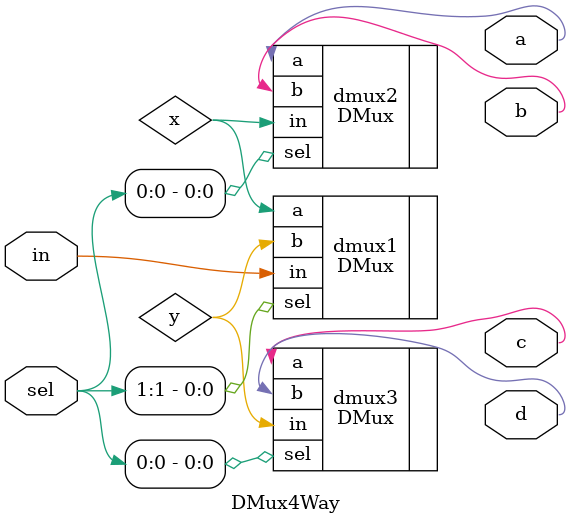
<source format=v>
 module DMux4Way (
  input in,
  input [1:0] sel,
  output reg a,
  output reg b,
  output reg c,
  output reg d
);


  reg x, y; // 宣告變數

  //DMux(in=in, sel=sel[1], a=x, b=y);
  DMux dmux1 (
    .in(in),
    .sel(sel[1]),
    .a(x),
    .b(y)
  ); 
 
  //DMux(in=x, sel=sel[0], a=a, b=b);
  DMux dmux2 (
    .in(x),
    .sel(sel[0]),
    .a(a),
    .b(b)
  ); 
  
  //DMux(in=y, sel=sel[0], a=c, b=d);
  DMux dmux3 (
    .in(y),
    .sel(sel[0]),
    .a(c),
    .b(d)
  ); 

endmodule

</source>
